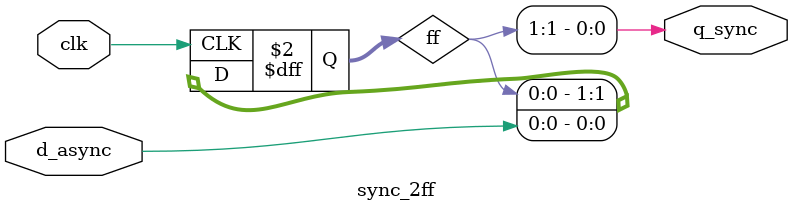
<source format=v>
/*
 * KianV RISC-V Linux/XV6 SoC
 * RISC-V SoC/ASIC Design
 *
 * Copyright (c) 2025 Hirosh Dabui <hirosh@dabui.de>
 *
 * Licensed under the Apache License, Version 2.0 (the "License");
 * you may not use this file except in compliance with the License.
 * You may obtain a copy of the License at
 *
 *     http://www.apache.org/licenses/LICENSE-2.0
 *
 * Unless required by applicable law or agreed to in writing, software
 * distributed under the License is distributed on an "AS IS" BASIS,
 * WITHOUT WARRANTIES OR CONDITIONS OF ANY KIND, either express or implied.
 * See the License for the specific language governing permissions and
 * limitations under the License.
 */

`default_nettype none

module mux2 #(
    parameter WIDTH = 32
) (
    input  wire [WIDTH -1:0] d0,
    d1,
    input  wire              s,
    output wire [WIDTH -1:0] y
);

  assign y = s ? d1 : d0;
endmodule

module mux3 #(
    parameter WIDTH = 32
) (
    input  wire [WIDTH -1:0] d0,
    d1,
    d2,
    input  wire [       1:0] s,
    output wire [WIDTH -1:0] y
);

  assign y = s[1] ? d2 : (s[0] ? d1 : d0);
endmodule

module mux4 #(
    parameter WIDTH = 32
) (
    input  wire [WIDTH -1:0] d0,
    d1,
    d2,
    d3,
    input  wire [       1:0] s,
    output wire [WIDTH -1:0] y
);

  wire [WIDTH -1:0] low, high;

  mux2 lowmux (
      d0,
      d1,
      s[0],
      low
  );
  mux2 highmux (
      d2,
      d3,
      s[0],
      high
  );
  mux2 finalmux (
      low,
      high,
      s[1],
      y
  );
endmodule

module mux5 #(
    parameter WIDTH = 32
) (
    input  wire [WIDTH -1:0] d0,
    d1,
    d2,
    d3,
    d4,
    input  wire [       2:0] s,
    output wire [WIDTH -1:0] y

);

  assign y = (s == 0) ? d0 : (s == 1) ? d1 : (s == 2) ? d2 : (s == 3) ? d3 : d4;

endmodule

module mux6 #(
    parameter WIDTH = 32
) (
    input  wire [WIDTH -1:0] d0,
    d1,
    d2,
    d3,
    d4,
    d5,
    input  wire [       2:0] s,
    output wire [WIDTH -1:0] y

);

  assign y = (s == 0) ? d0 : (s == 1) ? d1 : (s == 2) ? d2 : (s == 3) ? d3 : (s == 4) ? d4 : d5;

endmodule

module dlatch_kianV #(
    parameter WIDTH = 32
) (
    input wire clk,
    input wire [WIDTH -1:0] d,
    output reg [WIDTH -1:0] q
);
  always @(posedge clk) q <= d;
endmodule

module dff_kianV #(
    parameter WIDTH  = 32,
    parameter PRESET = 0
) (
    input wire resetn,
    input wire clk,
    input wire en,
    input wire [WIDTH -1:0] d,
    output reg [WIDTH -1:0] q
);
  always @(posedge clk)
    if (!resetn) q <= PRESET;
    else if (en) q <= d;

endmodule

module counter #(
    parameter WIDTH = 64
) (
    input  wire             resetn,
    input  wire             clk,
    input  wire             incr,
    output reg  [WIDTH-1:0] count
);

  always @(posedge clk) begin
    if (!resetn) begin
      count <= {WIDTH{1'b0}};
    end else if (incr) begin
      count <= count + 1'b1;
    end
  end

endmodule

module async_reset_sync (
    input  wire clk,
    input  wire rst_n_async,
    output wire rst_n_sync
);
  (* async_reg = "true" *) reg [1:0] ff;

  always @(posedge clk or negedge rst_n_async) begin
    if (!rst_n_async) ff <= 2'b00;
    else ff <= {ff[0], 1'b1};
  end

  assign rst_n_sync = ff[1];
endmodule

module sync_2ff (
    input  wire clk,
    input  wire d_async,
    output wire q_sync
);
  (* async_reg = "true" *) reg [1:0] ff;

  always @(posedge clk) begin
    ff <= {ff[0], d_async};
  end

  assign q_sync = ff[1];

endmodule


</source>
